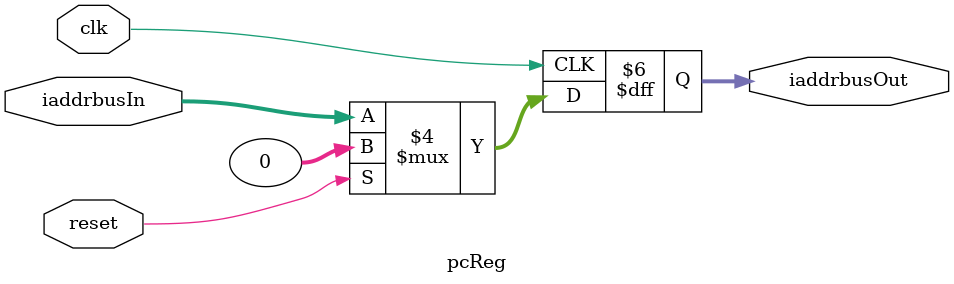
<source format=v>
`timescale 1ns / 1ps


module cpu5(reset, clk, iaddrbus, ibus, daddrbus, databus);
    input reset, clk;
    input [31:0] ibus;
    output [31:0] iaddrbus, daddrbus;
    inout [31:0] databus;
    
    wire [31:0] ibusToDecoder, iaddrIfidToAdder, logicalAdderToMux, pcAdderToMux, sllToAdder, shiftLeftAdderToMux ;
    wire [31:0] muxToPc,signExtDecoderToIdex, rdWire, rsWire, rtWire, loadWireDecoderToIdex ;
    wire [31:0] DselectMuxToEqualizer, abusRegToIdex, bbusRegToIdex, DSelectEqualizerToIdex, DselectIdexToExmem, signExtIdexToMux;
    wire equalizerToMux, immDecoderToIdex, cinDecoderToIdex;
    wire [1:0] branchDecoderToEqualizer, slDecoderToIdex, loadWireIdexToExMem , slIdexToAlu, loadWireExmemToMemwb, loadWireMemwbToMux ;
    wire [31:0] abusToAlu, bbusIdexToMux, bbusToAlu , aluToExmem;
    wire immIdexToMux, cinIdexToAlu; 
    wire [2:0] sDecoderToIdex, sIdexToAlu;
    wire [31:0] DselectExmemToMemwb, databusExmemToBuffer, daddrbusMemwbToMux, databusMemwbToMux, muxOutToReg, DselectMemwbToReg;
    wire [31:0] iaddrbusWire;
    pcReg pc(
        .clk(clk),
        .iaddrbusIn(muxToPc),
        .iaddrbusOut(iaddrbus),
        .reset(reset)   
    );
    adder pcAdder(
        .a(iaddrbus),
        .b(32'h00000004),
        .d(pcAdderToMux)
    );
    ifidReg ifid(
        .ibusIn(ibus),
        .clk(clk),
        .ibusOut(ibusToDecoder),
        .iaddrbusIn(pcAdderToMux),
        .iaddrbusOut(iaddrIfidToAdder)
    );
    adder shiftIaddrAdder(
        .a(iaddrIfidToAdder),
        .b(sllToAdder),
        .d(shiftLeftAdderToMux)
    );
    // if equal, then the next instruction will breanch to the shift
    mux2to1 mux4(
        .abus(pcAdderToMux),
        .bbus(shiftLeftAdderToMux),
        .S(equalizerToMux),
        .out(muxToPc)
     );
    decoderTop top(
        .ibus(ibusToDecoder),
        .Imm(immDecoderToIdex),
        .Cin(cinDecoderToIdex),
        .S(sDecoderToIdex),
        .signExt(signExtDecoderToIdex),
        .rd(rdWire),
        .rt(rtWire),
        .rs(rsWire),
        .loadSelector(loadWireDecoderToIdex),
        .branchIns(branchDecoderToEqualizer),
        .slInst(slDecoderToIdex)
    );
     assign sllToAdder = signExtDecoderToIdex << 2;// logical shift left for signExtImm
     mux2to1 mux1(
         .abus(rdWire),
         .bbus(rtWire),
         .S(immDecoderToIdex),
         .out(DselectMuxToEqualizer)
     );
     regfile register(
         .Aselect(rsWire),
         .Bselect(rtWire),
         .Dselect(DselectMemwbToReg),
         .dbus(muxOutToReg),
         .clk(clk),
         .abus(abusRegToIdex),
         .bbus(bbusRegToIdex)
     );
     equalizer eq(
        .a(abusRegToIdex),
        .b(bbusRegToIdex),
        .out(equalizerToMux),
        .DselectIn(DselectMuxToEqualizer),
        .DselectOut(DSelectEqualizerToIdex),
        .en(branchDecoderToEqualizer[0]),
        .fxn(branchDecoderToEqualizer[1])
     );
     idexReg idex(
         .muxOut(DSelectEqualizerToIdex),
         .Imm(immDecoderToIdex),
         .S(sDecoderToIdex),
         .Cin(cinDecoderToIdex),
         .clk(clk),
         .out(DselectIdexToExmem),
         .Immout(immIdexToMux),
         .Sout(sIdexToAlu),
         .Cinout(cinIdexToAlu),
         .signExtIn(signExtDecoderToIdex),
         .signExtOut(signExtIdexToMux),
         .abusIn(abusRegToIdex),
         .abusOut(abusToAlu),
         .bbusIn(bbusRegToIdex),
         .bbusOut(bbusIdexToMux),
         .loadSelectIn(loadWireDecoderToIdex),
         .loadSelectOut(loadWireIdexToExMem),
         .slInsIn(slDecoderToIdex),
         .slInsOut(slIdexToAlu)
     );
     mux2to1 mux2(
         .abus(bbusIdexToMux),
         .bbus(signExtIdexToMux),
         .S(immIdexToMux),
         .out(bbusToAlu)
     );
     alu32 alu(
         .d(aluToExmem),
         .a(abusToAlu),
         .b(bbusToAlu),
         .Cin(cinIdexToAlu),
         .S(sIdexToAlu),
         .slIns(slIdexToAlu)
     );
     exmemReg exmem(
         .aluOut(aluToExmem),
         .dSelectIn(DselectIdexToExmem),
         .clk(clk),
         .dbus(daddrbus),
         .dSelectOut(DselectExmemToMemwb),
         .loadSelectIn(loadWireIdexToExMem),
         .loadSelectOut(loadWireExmemToMemwb),
         .databusIn(bbusIdexToMux),
         .databusOut(databusExmemToBuffer)
     );
         triStateBuffer buffer(
         .S(loadWireExmemToMemwb),
         .in(databusExmemToBuffer),
         .out(databus)
     );
     memwbReg memwb(
         .daddrbusIn(daddrbus),
         .daddrbusOut(daddrbusMemwbToMux),
         .databusIn(databus),
         .databusOut(databusMemwbToMux),
         .loadSelectIn(loadWireExmemToMemwb[0]),
         .loadSelectOut(loadWireMemwbToMux),
         .DselectIn(DselectExmemToMemwb),
         .DselectOut(DselectMemwbToReg),
         .clk(clk)
     );
     mux2to1 mux3(
         .abus(daddrbusMemwbToMux),
         .bbus(databusMemwbToMux),
         .S(loadWireMemwbToMux),
         .out(muxOutToReg)
     );
    
endmodule

// MEMWB REGISTER
module memwbReg(daddrbusIn, daddrbusOut, databusIn, databusOut, loadSelectIn, loadSelectOut, clk, DselectIn, DselectOut);
    input [31:0] daddrbusIn, databusIn, DselectIn;
    input loadSelectIn, clk;
    output reg [31:0] daddrbusOut, databusOut, DselectOut;
    output reg loadSelectOut;
    always @ (posedge clk) begin
        daddrbusOut = daddrbusIn;
        databusOut = databusIn;
        loadSelectOut = loadSelectIn;
        DselectOut = DselectIn;
    end
endmodule
//TRI STATE MODULE
module triStateBuffer(S,in,out);
    input [1:0] S;
    input [31:0] in;
    output [31:0] out;
    assign out = (S==2'b00 || S==2'b10) ? in : 32'bz;   
endmodule
// EXMEM
module exmemReg(aluOut,dSelectIn,clk,dbus,dSelectOut,loadSelectIn,loadSelectOut, databusIn, databusOut);
    input [31:0] aluOut, dSelectIn, databusIn; 
    input clk;
    input [1:0] loadSelectIn;
    output reg [31:0] dbus, dSelectOut, databusOut;
    output reg [1:0] loadSelectOut;
    always @ (posedge clk) begin
        dbus = aluOut;
        dSelectOut = (loadSelectIn!=2'b01) ? dSelectIn: 32'bz;
        loadSelectOut = loadSelectIn;
        databusOut = databusIn;
   end
endmodule
// ALU
module alu32 (d, Cout, V, a, b, Cin, S, slIns);
   output[31:0] d;
   output Cout, V;
   input [31:0] a, b;
   input Cin;
   input [2:0] S;
   input [1:0] slIns;
   
   wire [31:0] c, g, p, res;
   wire gout, pout;
   alu_cell alucell[31:0] (
      .d(res),
      .g(g),
      .p(p),
      .a(a),
      .b(b),
      .c(c),
      .S(S)
   );
   lac5 laclevel5(
      .c(c),
      .gout(gout),
      .pout(pout),
      .Cin(Cin),
      .g(g),
      .p(p)
   );
   overflow over(
      .gout(gout),
      .pout(pout),
      .Cin(Cin),
      .c31(c[31]),
      .Cout(Cout),
      .V(V)
   );
   // if SLT and SLE
    assign d = (slIns==2'b01) ? {31'b0, (!(res==0) && !Cout)} : // SLT
        (slIns==2'b10) ? {31'b0, (!Cout || (res==0))} : // SLE
        (slIns!=2'b00) ? 32'b0 : res; // 0 if a set, alu out if  otherwise
  endmodule
module alu_cell (d, g, p, a, b, c, S);
   output d, g, p;
   input a, b, c;
   input [2:0] S;      
   reg g,p,d,cint,bint;
     
   always @(a,b,c,S,p,g) begin 
     bint = S[0] ^ b;
     g = a & bint;
     p = a ^ bint;
     cint = S[1] & c;
     if(S[2] == 0)
        d = p ^ cint;
     if(S[2] == 1 && S[1] == 0 && S[0] == 0)
        d = a | b;
     if(S[2] == 1 && S[1] == 0 && S[0] == 1)
        d = !(a | b);
     if(S[2] == 1 && S[1] == 1 && S[0] == 0)
        d = a & b;
   end
endmodule
module overflow (gout,pout,Cin,c31,Cout,V);
    input gout, pout, Cin, c31;
    output Cout, V;
    assign Cout = gout | (pout & Cin);
    assign V = Cout ^ c31;
endmodule
module lac(c, gout, pout, Cin, g, p);
   output [1:0] c;
   output gout;
   output pout;
   input Cin;
   input [1:0] g;
   input [1:0] p;
   assign c[0] = Cin;
   assign c[1] = g[0] | ( p[0] & Cin );
   assign gout = g[1] | ( p[1] & g[0] );
   assign pout = p[1] & p[0];	
endmodule
module lac2 (c, gout, pout, Cin, g, p);
   output [3:0] c;
   output gout, pout;
   input Cin;
   input [3:0] g, p;
   
   wire [1:0] cint, gint, pint;
   
   lac leaf0(
      .c(c[1:0]),
      .gout(gint[0]),
      .pout(pint[0]),
      .Cin(cint[0]),
      .g(g[1:0]),
      .p(p[1:0])
   );
   
   lac leaf1(
      .c(c[3:2]),
      .gout(gint[1]),
      .pout(pint[1]),
      .Cin(cint[1]),
      .g(g[3:2]),
      .p(p[3:2])
   );
   
   lac root(
      .c(cint),
      .gout(gout),
      .pout(pout),
      .Cin(Cin),
      .g(gint),
      .p(pint)
   );
endmodule   
module lac3 (c, gout, pout, Cin, g, p);
   output [7:0] c;
   output gout, pout;
   input Cin;
   input [7:0] g, p;
   
   wire [1:0] cint, gint, pint;
   
   lac2 leaf0(
      .c(c[3:0]),
      .gout(gint[0]),
      .pout(pint[0]),
      .Cin(cint[0]),
      .g(g[3:0]),
      .p(p[3:0])
   );
   
   lac2 leaf1(
      .c(c[7:4]),
      .gout(gint[1]),
      .pout(pint[1]),
      .Cin(cint[1]),
      .g(g[7:4]),
      .p(p[7:4])
   );
   
   lac root(
      .c(cint),
      .gout(gout),
      .pout(pout),
      .Cin(Cin),
      .g(gint),
      .p(pint)
   );
endmodule
module lac4 (c, gout, pout, Cin, g, p);
 output [15:0] c;
 output gout, pout;
 input Cin;
 input [15:0] g, p;
 
 wire [1:0] cint, gint, pint;
 
 lac3 leaf0(
    .c(c[7:0]),
    .gout(gint[0]),
    .pout(pint[0]),
    .Cin(cint[0]),
    .g(g[7:0]),
    .p(p[7:0])
 );
 
 lac3 leaf1(
    .c(c[15:8]),
    .gout(gint[1]),
    .pout(pint[1]),
    .Cin(cint[1]),
    .g(g[15:8]),
    .p(p[15:8])
 );
 
 lac root(
    .c(cint),
    .gout(gout),
    .pout(pout),
    .Cin(Cin),
    .g(gint),
    .p(pint)
 );
endmodule
module lac5 (c, gout, pout, Cin, g, p);
output [31:0] c;
 output gout, pout;
 input Cin;
 input [31:0] g, p;
 
 wire [1:0] cint, gint, pint;
 
 lac4 leaf0(
    .c(c[15:0]),
    .gout(gint[0]),
    .pout(pint[0]),
    .Cin(cint[0]),
    .g(g[15:0]),
    .p(p[15:0])
 );
 
 lac4 leaf1(
    .c(c[31:16]),
    .gout(gint[1]),
    .pout(pint[1]),
    .Cin(cint[1]),
    .g(g[31:16]),
    .p(p[31:16])
 );
 
 lac root(
    .c(cint),
    .gout(gout),
    .pout(pout),
    .Cin(Cin),
    .g(gint),
    .p(pint)
 );
endmodule
// IDEX REGISTER
module idexReg(muxOut,Imm,S,Cin,clk,out,Immout,Sout,Cinout, signExtIn, signExtOut, abusIn, abusOut, bbusIn, bbusOut, loadSelectIn, loadSelectOut, slInsIn, slInsOut);
        input [31:0] muxOut, signExtIn, abusIn, bbusIn;
        input Imm, Cin, clk;
        input [2:0] S;
        input [1:0] loadSelectIn, slInsIn;
        output reg [31:0] out, signExtOut, abusOut, bbusOut;
        output reg Immout, Cinout;
        output reg [2:0] Sout;
        output reg [1:0] loadSelectOut, slInsOut;
        always  @ (posedge clk) begin
            out = muxOut;
            Immout = Imm;
            Cinout = Cin;
            Sout = S;
            signExtOut = signExtIn;
            abusOut = abusIn;
            bbusOut = bbusIn;
            loadSelectOut = loadSelectIn;
            slInsOut = slInsIn;
        end
endmodule
//EQUALIZER                                     enable function
module equalizer(a,b,out, DselectIn, DselectOut, en, fxn);
    input [31:0] a, b, DselectIn;
    // 0 is BEQ, 1 is  BNE
    input en, fxn;
    output out;
    output [31:0] DselectOut;
    assign out = !en ? 0 : // default - not branching
    (a == b && fxn ==0) ?  1: // beq function
    (a != b && fxn==1) ? 1: 0; // bne function and the final default, 0
    // for avoiding WB in BEQ and BNE
    assign DselectOut = !en ? DselectIn:
     (a == b && fxn == 0)||(a != b && fxn == 1) ? 32'b0: DselectIn;
endmodule
// REGISTER FILE
module regfile(Aselect,Bselect,Dselect,dbus,clk,abus,bbus);
    input [31:0] Aselect, Bselect, Dselect,dbus;
    input clk;
    output [31:0] abus, bbus;
    assign abus = Aselect[0] ? 0 : 32'bz;
    assign bbus = Bselect[0] ? 0 : 32'bz;        
    negdffcell register_cells [30:0](
        .Aselect(Aselect[31:1]),
        .Bselect(Bselect[31:1]),
        .clk(clk),
        .Dselect(Dselect[31:1]),
        .dbus(dbus),
        .abus(abus),
        .bbus(bbus)
        );
endmodule
module negdffcell(Aselect,Bselect,clk,Dselect,dbus,abus,bbus);
    input Aselect, Bselect, clk, Dselect;
    input [31:0] dbus;
    output [31:0] abus, bbus;
    wire [31:0] Q;
    negdff flip(
        .D(dbus),
        .clk(clk),
        .Dselect(Dselect),
        .Q(Q)
        );
    buffer cellbuffer(
        .Q(Q),
        .Aselect(Aselect),
        .Bselect(Bselect),
        .abus(abus),
        .bbus(bbus)
    );
endmodule
module negdff(D,clk,Dselect,Q);
    input [31:0] D;
    input clk, Dselect;
    output reg [31:0] Q;
    wire newclk;
    assign newclk = clk & Dselect;
    always @(negedge newclk) begin
        if (Dselect==1'b1) Q = D;
    end
endmodule
module buffer(Q,Aselect,Bselect,abus,bbus);
    input [31:0] Q;
    input Aselect, Bselect;
    output [31:0] abus,bbus;
    assign abus = Aselect ? Q : 32'bz;
    assign bbus = Bselect ? Q : 32'bz;
endmodule
// FIRST MULTIPLEXER
module mux2to1(abus,bbus,S,out);
    input [31:0] abus, bbus;
    input S;
    output [31:0] out;
    wire sWire;
    assign sWire = (S===1'bx) ? 0 : S;
    assign out = sWire ? bbus: abus;
endmodule
// DECODER
module decoderTop(ibus,Imm,Cin,S,signExt,rd,rt,rs,loadSelector, branchIns, slInst);
    input [31:0] ibus;
    output Imm, Cin;
    output [1:0] loadSelector, branchIns, slInst;
    output [2:0] S;
    output [31:0] signExt, rd, rt, rs;
    dec5to32 rsDec(
        .in(ibus[25:21]),
        .out(rs));
    dec5to32 rtDec(
        .in(ibus[20:16]),
        .out(rt));
    dec5to32 rdDec(
        .in(ibus[15:11]),
        .out(rd));
    opcodeDec opcodedec(
        .ibus(ibus),
        .Imm(Imm),
        .S(S),
        .Cin(Cin),
        .loadSelector(loadSelector),
        .branchIns(branchIns),
        .slInst(slInst));
    assign signExt = {{16{ibus[15]}}, ibus[15:0]};
endmodule
module dec5to32(in,out);
    input [4:0] in;
    output reg [31:0] out;
    always @(in, out) begin
      // out = 32'h00000001 << in;
       case(in)
       5'b00000: out = 32'b00000000000000000000000000000001; 
       5'b00001: out = 32'b00000000000000000000000000000010; 
       5'b00010: out = 32'b00000000000000000000000000000100;
       5'b00011: out = 32'b00000000000000000000000000001000;
       5'b00100: out = 32'b00000000000000000000000000010000;
       5'b00101: out = 32'b00000000000000000000000000100000;
       5'b00110: out = 32'b00000000000000000000000001000000;
       5'b00111: out = 32'b00000000000000000000000010000000;
       5'b01000: out = 32'b00000000000000000000000100000000;
       5'b01001: out = 32'b00000000000000000000001000000000;
       5'b01010: out = 32'b00000000000000000000010000000000;
       5'b01011: out = 32'b00000000000000000000100000000000;
       5'b01100: out = 32'b00000000000000000001000000000000;
       5'b01101: out = 32'b00000000000000000010000000000000;
       5'b01110: out = 32'b00000000000000000100000000000000;
       5'b01111: out = 32'b00000000000000001000000000000000;
       5'b10000: out = 32'b00000000000000010000000000000000;
       5'b10001: out = 32'b00000000000000100000000000000000;
       5'b10010: out = 32'b00000000000001000000000000000000;
       5'b10011: out = 32'b00000000000010000000000000000000;
       5'b10100: out = 32'b00000000000100000000000000000000;
       5'b10101: out = 32'b00000000001000000000000000000000;
       5'b10110: out = 32'b00000000010000000000000000000000;
       5'b10111: out = 32'b00000000100000000000000000000000;
       5'b11000: out = 32'b00000001000000000000000000000000;
       5'b11001: out = 32'b00000010000000000000000000000000;
       5'b11010: out = 32'b00000100000000000000000000000000;
       5'b11011: out = 32'b00001000000000000000000000000000;
       5'b11100: out = 32'b00010000000000000000000000000000;
       5'b11101: out = 32'b00100000000000000000000000000000;
       5'b11110: out = 32'b01000000000000000000000000000000;
       5'b11111: out = 32'b10000000000000000000000000000000;
       endcase
    end
endmodule 
module opcodeDec(ibus,Imm,S,Cin,loadSelector, branchIns, slInst);
    input [31:0] ibus;
    output reg Imm, Cin;
    output reg [1:0] loadSelector, branchIns, slInst;
    output reg [2:0] S;
    always @ (ibus, Imm, S, Cin, loadSelector, branchIns, slInst) begin
                case(ibus[31:26])
                    // ADDI
                    6'b000011:  begin Imm = 1; S = 3'b010; Cin = 0; loadSelector = 2'b00; branchIns = 2'b00; slInst = 2'b00;  end
                    // SUBI
                    6'b000010: begin Imm = 1; S = 3'b011; Cin = 1; loadSelector = 2'b00; branchIns = 2'b00; slInst = 2'b00;  end
                    // XORI
                    6'b000001:  begin Imm = 1; S = 3'b000; Cin = 0; loadSelector = 2'b00; branchIns = 2'b00; slInst = 2'b00;  end
                    // ANDI
                    6'b001111:  begin Imm = 1; S = 3'b110; Cin = 0; loadSelector = 2'b00; branchIns = 2'b00; slInst = 2'b00;  end
                    // ORI
                    6'b001100:  begin Imm = 1; S = 3'b100; Cin = 0; loadSelector = 2'b00; branchIns = 2'b00; slInst = 2'b00;end
                    // STORE WORD
                    6'b011111:  begin Imm = 1; S = 3'b010; Cin = 0; loadSelector = 2'b10; branchIns = 2'b00; slInst = 2'b00;end
                    // LOAD WORD
                    6'b011110:  begin Imm = 1; S = 3'b010; Cin = 0; loadSelector = 2'b11; branchIns = 2'b00; slInst = 2'b00;end 
                    // BEQ
                    6'b110000:  begin Imm = 1; S = 3'b010; Cin = 0; loadSelector = 2'b00; branchIns = 2'b01; slInst = 2'b00;end 
                    // BNE
                    6'b110001:  begin Imm = 1; S = 3'b010; Cin = 0; loadSelector = 2'b00; branchIns = 2'b11; slInst = 2'b00;end 

                    // R format
                    6'b000000: 
                        case(ibus[5:0]) 
                            // add
                            6'b000011: begin Imm = 0; S = 3'b010; Cin = 0; loadSelector = 2'b00; branchIns = 2'b00; slInst = 2'b00;end
                            // sub
                            6'b000010: begin Imm = 0; S = 3'b011; Cin = 1; loadSelector = 2'b00; branchIns = 2'b00; slInst = 2'b00;end
                            // xor
                            6'b000001: begin Imm = 0; S = 3'b000; Cin = 0; loadSelector = 2'b00; branchIns = 2'b00; slInst = 2'b00;end
                            // and
                            6'b000111: begin Imm = 0; S = 3'b110; Cin = 0; loadSelector = 2'b00; branchIns = 2'b00; slInst = 2'b00;end
                            // or
                            6'b000100: begin Imm = 0; S = 3'b100; Cin = 0; loadSelector = 2'b00; branchIns = 2'b00; slInst = 2'b00;end
                            // SLT                                                               
                            6'b110110: begin Imm = 0; S = 3'b011; Cin = 1; loadSelector = 2'b00; branchIns = 2'b00; slInst = 2'b01;end
                            // SLE
                            6'b110111: begin Imm = 0; S = 3'b011; Cin = 1; loadSelector = 2'b00; branchIns = 2'b00; slInst = 2'b10;end
                            // NOP
                            default: begin Imm = 0; S = 3'b010; Cin = 0; loadSelector = 2'b00; branchIns = 2'b00; slInst = 2'b00;end
                        endcase      
                endcase
            end
endmodule
// IFID REGISTER
module ifidReg(ibusIn, clk, ibusOut, iaddrbusIn, iaddrbusOut);
    input [31:0] ibusIn, iaddrbusIn;
    input clk;
    output reg [31:0] ibusOut, iaddrbusOut;
    always @(posedge clk)
    begin
        ibusOut = ibusIn;
        iaddrbusOut = iaddrbusIn;
    end
endmodule
//ADDER
module adder(a, b, d);
    input [31:0] a, b;
    output [31:0] d;
    assign d = a + b;
endmodule
//PC REGISTER
module pcReg(clk, iaddrbusIn, iaddrbusOut, reset);
    input clk, reset;
    input [31:0] iaddrbusIn;
    output reg [31:0] iaddrbusOut;
    initial begin
        iaddrbusOut = 32'b0;
    end
    always @ (posedge clk)  begin
        if(reset) iaddrbusOut = 32'b0;
        else iaddrbusOut = iaddrbusIn;
    end
endmodule

</source>
